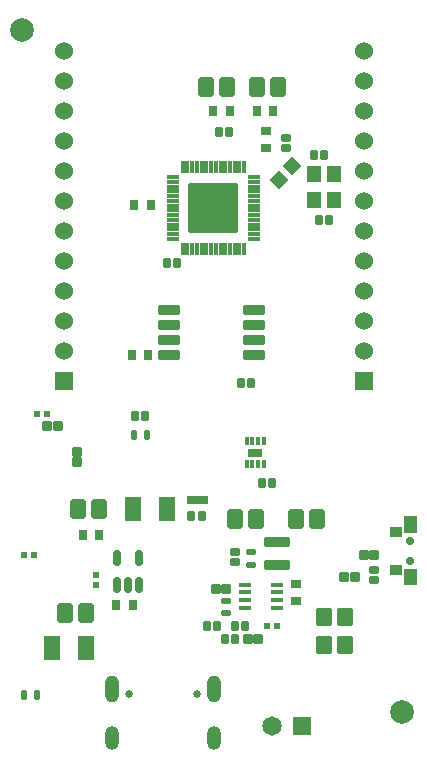
<source format=gbr>
%TF.GenerationSoftware,KiCad,Pcbnew,9.0.0*%
%TF.CreationDate,2025-04-24T13:45:02+03:00*%
%TF.ProjectId,ESP32_BOARD,45535033-325f-4424-9f41-52442e6b6963,1.0*%
%TF.SameCoordinates,Original*%
%TF.FileFunction,Soldermask,Top*%
%TF.FilePolarity,Negative*%
%FSLAX46Y46*%
G04 Gerber Fmt 4.6, Leading zero omitted, Abs format (unit mm)*
G04 Created by KiCad (PCBNEW 9.0.0) date 2025-04-24 13:45:02*
%MOMM*%
%LPD*%
G01*
G04 APERTURE LIST*
G04 Aperture macros list*
%AMRoundRect*
0 Rectangle with rounded corners*
0 $1 Rounding radius*
0 $2 $3 $4 $5 $6 $7 $8 $9 X,Y pos of 4 corners*
0 Add a 4 corners polygon primitive as box body*
4,1,4,$2,$3,$4,$5,$6,$7,$8,$9,$2,$3,0*
0 Add four circle primitives for the rounded corners*
1,1,$1+$1,$2,$3*
1,1,$1+$1,$4,$5*
1,1,$1+$1,$6,$7*
1,1,$1+$1,$8,$9*
0 Add four rect primitives between the rounded corners*
20,1,$1+$1,$2,$3,$4,$5,0*
20,1,$1+$1,$4,$5,$6,$7,0*
20,1,$1+$1,$6,$7,$8,$9,0*
20,1,$1+$1,$8,$9,$2,$3,0*%
G04 Aperture macros list end*
%ADD10C,0.010000*%
%ADD11C,0.000000*%
%ADD12R,0.997699X0.456400*%
%ADD13RoundRect,0.102000X0.270000X0.300000X-0.270000X0.300000X-0.270000X-0.300000X0.270000X-0.300000X0*%
%ADD14RoundRect,0.098000X0.809000X0.294000X-0.809000X0.294000X-0.809000X-0.294000X0.809000X-0.294000X0*%
%ADD15RoundRect,0.102000X-0.175000X-0.300000X0.175000X-0.300000X0.175000X0.300000X-0.175000X0.300000X0*%
%ADD16RoundRect,0.102000X1.000000X-0.300000X1.000000X0.300000X-1.000000X0.300000X-1.000000X-0.300000X0*%
%ADD17RoundRect,0.209750X0.209750X-0.209750X0.209750X0.209750X-0.209750X0.209750X-0.209750X-0.209750X0*%
%ADD18R,0.800000X0.900000*%
%ADD19RoundRect,0.209750X-0.209750X0.209750X-0.209750X-0.209750X0.209750X-0.209750X0.209750X0.209750X0*%
%ADD20R,0.540000X0.565500*%
%ADD21RoundRect,0.102000X-0.300000X0.175000X-0.300000X-0.175000X0.300000X-0.175000X0.300000X0.175000X0*%
%ADD22R,0.565500X0.540000*%
%ADD23RoundRect,0.102000X-0.550000X-0.690000X0.550000X-0.690000X0.550000X0.690000X-0.550000X0.690000X0*%
%ADD24RoundRect,0.102000X0.540000X0.710000X-0.540000X0.710000X-0.540000X-0.710000X0.540000X-0.710000X0*%
%ADD25R,0.900000X0.800000*%
%ADD26RoundRect,0.102000X-0.270000X-0.300000X0.270000X-0.300000X0.270000X0.300000X-0.270000X0.300000X0*%
%ADD27C,2.000000*%
%ADD28R,1.200000X1.400000*%
%ADD29RoundRect,0.102000X0.300000X-0.270000X0.300000X0.270000X-0.300000X0.270000X-0.300000X-0.270000X0*%
%ADD30RoundRect,0.150000X0.150000X-0.512500X0.150000X0.512500X-0.150000X0.512500X-0.150000X-0.512500X0*%
%ADD31RoundRect,0.102000X-0.540000X-0.710000X0.540000X-0.710000X0.540000X0.710000X-0.540000X0.710000X0*%
%ADD32RoundRect,0.045000X-0.135000X0.430000X-0.135000X-0.430000X0.135000X-0.430000X0.135000X0.430000X0*%
%ADD33RoundRect,0.045000X-0.430000X0.135000X-0.430000X-0.135000X0.430000X-0.135000X0.430000X0.135000X0*%
%ADD34RoundRect,0.102000X-2.000000X2.000000X-2.000000X-2.000000X2.000000X-2.000000X2.000000X2.000000X0*%
%ADD35R,0.300000X0.800000*%
%ADD36R,1.300000X0.700000*%
%ADD37RoundRect,0.102000X0.605000X0.910000X-0.605000X0.910000X-0.605000X-0.910000X0.605000X-0.910000X0*%
%ADD38RoundRect,0.102000X-0.024749X0.661145X-0.661145X0.024749X0.024749X-0.661145X0.661145X-0.024749X0*%
%ADD39RoundRect,0.102000X-0.605000X-0.910000X0.605000X-0.910000X0.605000X0.910000X-0.605000X0.910000X0*%
%ADD40C,0.812800*%
%ADD41C,0.711200*%
%ADD42R,1.041400X0.812800*%
%ADD43R,1.524000X1.524000*%
%ADD44C,1.524000*%
%ADD45RoundRect,0.102000X-0.300000X0.270000X-0.300000X-0.270000X0.300000X-0.270000X0.300000X0.270000X0*%
%ADD46RoundRect,0.209750X-0.209750X-0.209750X0.209750X-0.209750X0.209750X0.209750X-0.209750X0.209750X0*%
%ADD47RoundRect,0.102000X-0.280000X-0.300000X0.280000X-0.300000X0.280000X0.300000X-0.280000X0.300000X0*%
%ADD48C,0.650000*%
%ADD49O,1.204000X2.304000*%
%ADD50O,1.204000X2.004000*%
%ADD51R,1.650000X1.650000*%
%ADD52C,1.650000*%
G04 APERTURE END LIST*
D10*
%TO.C,D1*%
X93887500Y-132910000D02*
X93087500Y-132910000D01*
X93087500Y-132310000D01*
X93887500Y-132310000D01*
X93887500Y-132910000D01*
G36*
X93887500Y-132910000D02*
G01*
X93087500Y-132910000D01*
X93087500Y-132310000D01*
X93887500Y-132310000D01*
X93887500Y-132910000D01*
G37*
X94787500Y-132910000D02*
X93987500Y-132910000D01*
X93987500Y-132310000D01*
X94787500Y-132310000D01*
X94787500Y-132910000D01*
G36*
X94787500Y-132910000D02*
G01*
X93987500Y-132910000D01*
X93987500Y-132310000D01*
X94787500Y-132310000D01*
X94787500Y-132910000D01*
G37*
D11*
%TO.C,SW1*%
G36*
X112596083Y-139892111D02*
G01*
X111503883Y-139892111D01*
X111503883Y-138492111D01*
X112596083Y-138492111D01*
X112596083Y-139892111D01*
G37*
G36*
X112596083Y-135442031D02*
G01*
X111503883Y-135442031D01*
X111503883Y-134042031D01*
X112596083Y-134042031D01*
X112596083Y-135442031D01*
G37*
%TD*%
D12*
%TO.C,IC2*%
X100749751Y-141774999D03*
X100749751Y-141125001D03*
X100749751Y-140474999D03*
X100749751Y-139825001D03*
X98050249Y-139825001D03*
X98050249Y-140474999D03*
X98050249Y-141125001D03*
X98050249Y-141774999D03*
%TD*%
D13*
%TO.C,R7*%
X95664000Y-143300000D03*
X94800000Y-143300000D03*
%TD*%
D14*
%TO.C,IC3*%
X98815000Y-120345000D03*
X98815000Y-119075000D03*
X98815000Y-117805000D03*
X98815000Y-116535000D03*
X91605000Y-116535000D03*
X91605000Y-117805000D03*
X91605000Y-119075000D03*
X91605000Y-120345000D03*
%TD*%
D15*
%TO.C,C32*%
X88660000Y-127160000D03*
X89710000Y-127160000D03*
%TD*%
D16*
%TO.C,L1*%
X100700000Y-138150000D03*
X100700000Y-136250000D03*
%TD*%
D17*
%TO.C,R11*%
X81285500Y-126430000D03*
X82174500Y-126430000D03*
%TD*%
D13*
%TO.C,C16*%
X96702000Y-101490000D03*
X95838000Y-101490000D03*
%TD*%
D18*
%TO.C,C18*%
X96720000Y-99740000D03*
X95320000Y-99740000D03*
%TD*%
D19*
%TO.C,R10*%
X107309500Y-139200000D03*
X106420500Y-139200000D03*
%TD*%
D20*
%TO.C,R1*%
X85400000Y-139883000D03*
X85400000Y-139017000D03*
%TD*%
D21*
%TO.C,C13*%
X96400000Y-141175000D03*
X96400000Y-142225000D03*
%TD*%
D22*
%TO.C,R9*%
X79327000Y-137280000D03*
X80193000Y-137280000D03*
%TD*%
D18*
%TO.C,C17*%
X99010000Y-99720000D03*
X100410000Y-99720000D03*
%TD*%
D23*
%TO.C,C10*%
X104737000Y-144900000D03*
X106463000Y-144900000D03*
%TD*%
D24*
%TO.C,C9*%
X98985000Y-134280000D03*
X97195000Y-134280000D03*
%TD*%
D22*
%TO.C,R12*%
X81276000Y-125380000D03*
X80410000Y-125380000D03*
%TD*%
D25*
%TO.C,C20*%
X99810000Y-102840000D03*
X99810000Y-101440000D03*
%TD*%
D26*
%TO.C,C31*%
X97658000Y-122780000D03*
X98522000Y-122780000D03*
%TD*%
D18*
%TO.C,C24*%
X89820000Y-120350000D03*
X88420000Y-120350000D03*
%TD*%
D27*
%TO.C,FID4*%
X79140000Y-92880000D03*
%TD*%
D28*
%TO.C,Q1*%
X105540000Y-107295000D03*
X105540000Y-105095000D03*
X103840000Y-105095000D03*
X103840000Y-107295000D03*
%TD*%
D29*
%TO.C,R2*%
X97200000Y-137932000D03*
X97200000Y-137068000D03*
%TD*%
D30*
%TO.C,IC1*%
X87160000Y-139875000D03*
X88110000Y-139875000D03*
X89060000Y-139875000D03*
X89060000Y-137600000D03*
X87160000Y-137600000D03*
%TD*%
D23*
%TO.C,C11*%
X104737000Y-142600000D03*
X106463000Y-142600000D03*
%TD*%
D27*
%TO.C,FID3*%
X111290000Y-150630000D03*
%TD*%
D15*
%TO.C,C27*%
X79325000Y-149140000D03*
X80375000Y-149140000D03*
%TD*%
D31*
%TO.C,C8*%
X102305000Y-134290000D03*
X104095000Y-134290000D03*
%TD*%
D26*
%TO.C,C29*%
X99468000Y-131180000D03*
X100332000Y-131180000D03*
%TD*%
%TO.C,C30*%
X88688000Y-125530000D03*
X89552000Y-125530000D03*
%TD*%
D32*
%TO.C,IC4*%
X97950000Y-104490000D03*
X97550000Y-104490000D03*
X97150000Y-104490000D03*
X96750000Y-104490000D03*
X96350000Y-104490000D03*
X95950000Y-104490000D03*
X95550000Y-104490000D03*
X95150000Y-104490000D03*
X94750000Y-104490000D03*
X94350000Y-104490000D03*
X93950000Y-104490000D03*
X93550000Y-104490000D03*
X93150000Y-104490000D03*
X92750000Y-104490000D03*
D33*
X91905000Y-105335000D03*
X91905000Y-105735000D03*
X91905000Y-106135000D03*
X91905000Y-106535000D03*
X91905000Y-106935000D03*
X91905000Y-107335000D03*
X91905000Y-107735000D03*
X91905000Y-108135000D03*
X91905000Y-108535000D03*
X91905000Y-108935000D03*
X91905000Y-109335000D03*
X91905000Y-109735000D03*
X91905000Y-110135000D03*
X91905000Y-110535000D03*
D32*
X92750000Y-111380000D03*
X93150000Y-111380000D03*
X93550000Y-111380000D03*
X93950000Y-111380000D03*
X94350000Y-111380000D03*
X94750000Y-111380000D03*
X95150000Y-111380000D03*
X95550000Y-111380000D03*
X95950000Y-111380000D03*
X96350000Y-111380000D03*
X96750000Y-111380000D03*
X97150000Y-111380000D03*
X97550000Y-111380000D03*
X97950000Y-111380000D03*
D33*
X98795000Y-110535000D03*
X98795000Y-110135000D03*
X98795000Y-109735000D03*
X98795000Y-109335000D03*
X98795000Y-108935000D03*
X98795000Y-108535000D03*
X98795000Y-108135000D03*
X98795000Y-107735000D03*
X98795000Y-107335000D03*
X98795000Y-106935000D03*
X98795000Y-106535000D03*
X98795000Y-106135000D03*
X98795000Y-105735000D03*
X98795000Y-105335000D03*
D34*
X95350000Y-107935000D03*
%TD*%
D35*
%TO.C,IC5*%
X98150000Y-129600000D03*
X98650000Y-129600000D03*
X99150000Y-129600000D03*
X99650000Y-129600000D03*
X99650000Y-127700000D03*
X99150000Y-127700000D03*
X98650000Y-127700000D03*
X98150000Y-127700000D03*
D36*
X98900000Y-128650000D03*
%TD*%
D26*
%TO.C,C25*%
X103838000Y-103465000D03*
X104702000Y-103465000D03*
%TD*%
D37*
%TO.C,C1*%
X84550000Y-145200000D03*
X81650000Y-145200000D03*
%TD*%
D22*
%TO.C,R4*%
X100733000Y-143300000D03*
X99867000Y-143300000D03*
%TD*%
D13*
%TO.C,C21*%
X92302000Y-112590000D03*
X91438000Y-112590000D03*
%TD*%
D38*
%TO.C,L2*%
X101985079Y-104419921D03*
X100874921Y-105530079D03*
%TD*%
D39*
%TO.C,C3*%
X88550000Y-133410000D03*
X91450000Y-133410000D03*
%TD*%
D18*
%TO.C,C5*%
X87140000Y-141560000D03*
X88540000Y-141560000D03*
%TD*%
D13*
%TO.C,R5*%
X98032000Y-143300000D03*
X97168000Y-143300000D03*
%TD*%
D24*
%TO.C,C4*%
X85685000Y-133390000D03*
X83895000Y-133390000D03*
%TD*%
D18*
%TO.C,C22*%
X90060000Y-107720000D03*
X88660000Y-107720000D03*
%TD*%
D19*
%TO.C,R14*%
X108974500Y-137350000D03*
X108085500Y-137350000D03*
%TD*%
D40*
%TO.C,SW1*%
X111995983Y-134742072D03*
D41*
X111995983Y-136117070D03*
X111995983Y-137817072D03*
D40*
X111995983Y-139192071D03*
D42*
X110770717Y-138604571D03*
X110770717Y-135329571D03*
%TD*%
D13*
%TO.C,C26*%
X105132000Y-108915000D03*
X104268000Y-108915000D03*
%TD*%
D29*
%TO.C,C19*%
X101500000Y-102842000D03*
X101500000Y-101978000D03*
%TD*%
D13*
%TO.C,R15*%
X94352000Y-134000000D03*
X93488000Y-134000000D03*
%TD*%
D18*
%TO.C,C6*%
X85700000Y-135600000D03*
X84300000Y-135600000D03*
%TD*%
D43*
%TO.C,ST4*%
X82719900Y-122610000D03*
D44*
X82719900Y-120070000D03*
X82719900Y-117530000D03*
X82719900Y-114990000D03*
X82719900Y-112450000D03*
X82719900Y-109910000D03*
X82719900Y-107370000D03*
X82719900Y-104830000D03*
X82719900Y-102290000D03*
X82719900Y-99750000D03*
X82719900Y-97210000D03*
X82719900Y-94670000D03*
%TD*%
D31*
%TO.C,C15*%
X99005000Y-97700000D03*
X100795000Y-97700000D03*
%TD*%
D21*
%TO.C,C7*%
X98500000Y-137075000D03*
X98500000Y-138125000D03*
%TD*%
D45*
%TO.C,C28*%
X108980000Y-138598000D03*
X108980000Y-139462000D03*
%TD*%
D25*
%TO.C,C12*%
X102300000Y-141200000D03*
X102300000Y-139800000D03*
%TD*%
D24*
%TO.C,C14*%
X96535000Y-97700000D03*
X94745000Y-97700000D03*
%TD*%
D17*
%TO.C,R3*%
X95555500Y-140200000D03*
X96444500Y-140200000D03*
%TD*%
D43*
%TO.C,ST5*%
X108119900Y-122610000D03*
D44*
X108119900Y-120070000D03*
X108119900Y-117530000D03*
X108119900Y-114990000D03*
X108119900Y-112450000D03*
X108119900Y-109910000D03*
X108119900Y-107370000D03*
X108119900Y-104830000D03*
X108119900Y-102290000D03*
X108119900Y-99750000D03*
X108119900Y-97210000D03*
X108119900Y-94670000D03*
%TD*%
D24*
%TO.C,C2*%
X84545000Y-142200000D03*
X82755000Y-142200000D03*
%TD*%
D46*
%TO.C,R13*%
X83790000Y-128555500D03*
X83790000Y-129444500D03*
%TD*%
D13*
%TO.C,R6*%
X97157000Y-144460000D03*
X96293000Y-144460000D03*
%TD*%
D47*
%TO.C,R8*%
X98265000Y-144460000D03*
X99135000Y-144460000D03*
%TD*%
D48*
%TO.C,ST2*%
X93970000Y-149120000D03*
X88190000Y-149120000D03*
D49*
X95400000Y-148620000D03*
X86760000Y-148620000D03*
D50*
X95400000Y-152800000D03*
X86760000Y-152800000D03*
%TD*%
D51*
%TO.C,ST1*%
X102820000Y-151820000D03*
D52*
X100320000Y-151820000D03*
%TD*%
M02*

</source>
